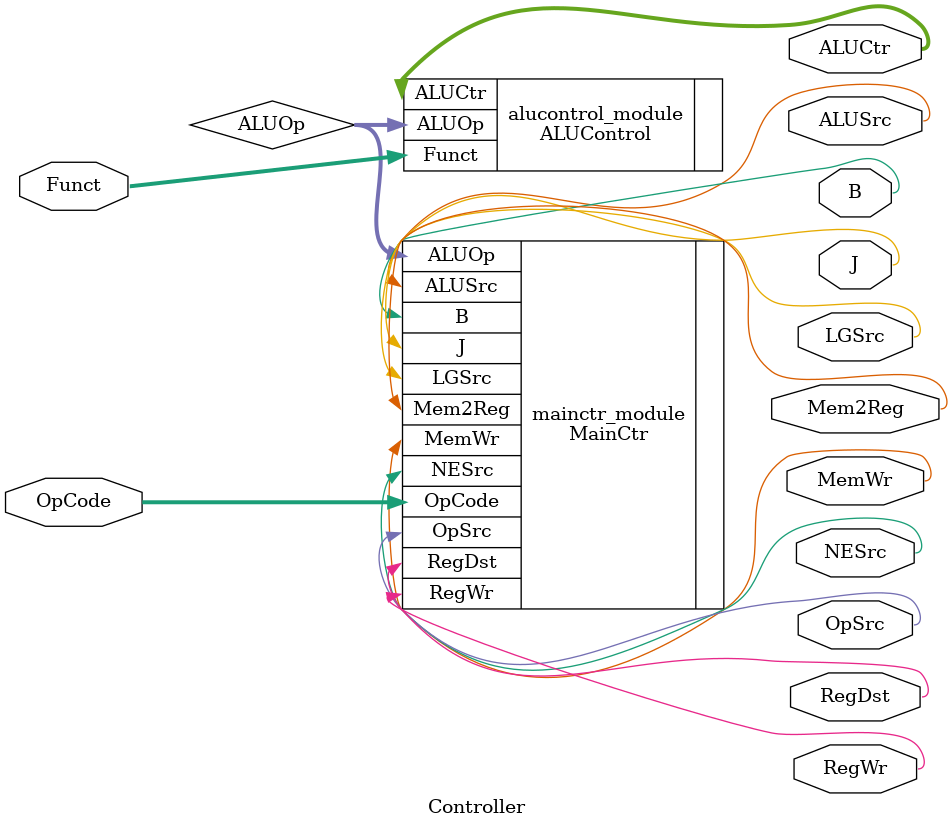
<source format=v>
`timescale 1ns / 1ps


module Controller(
    OpCode,
    Funct,
    J,
    B,
    RegDst,
    RegWr,
    ALUSrc,
    MemWr,
    Mem2Reg,
    ALUCtr,
    OpSrc,
    NESrc,
    LGSrc
    );
    input [5:0] OpCode;
    input [5:0] Funct;
    output RegDst;
    output RegWr;
    output ALUSrc;
    output MemWr;
    output B;
    output J;
    output [3:0]ALUCtr;
    output Mem2Reg;
    output OpSrc, NESrc, LGSrc;
    // ALUOp 中间变量
    wire [1:0] ALUOp;

    MainCtr mainctr_module(.OpCode(OpCode), .ALUOp(ALUOp), .RegDst(RegDst), .RegWr(RegWr), .ALUSrc(ALUSrc), .MemWr(MemWr), .B(B), .J(J), .Mem2Reg(Mem2Reg), .OpSrc(OpSrc), .NESrc(NESrc), .LGSrc(LGSrc));

    ALUControl alucontrol_module(.ALUOp(ALUOp), .Funct(Funct), .ALUCtr(ALUCtr));




endmodule

</source>
